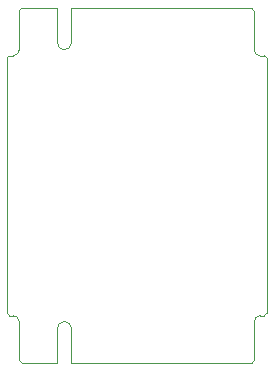
<source format=gm1>
G04*
G04 #@! TF.GenerationSoftware,Altium Limited,Altium Designer,22.2.1 (43)*
G04*
G04 Layer_Color=16711935*
%FSLAX25Y25*%
%MOIN*%
G70*
G04*
G04 #@! TF.SameCoordinates,5CCBFE73-73B7-4967-902F-BF686D1F8584*
G04*
G04*
G04 #@! TF.FilePolarity,Positive*
G04*
G01*
G75*
%ADD16C,0.00197*%
D16*
X82480Y104331D02*
G03*
X84449Y102362I1969J0D01*
G01*
X86614Y101575D02*
G03*
X85827Y102362I-787J0D01*
G01*
X787D02*
G03*
X-0Y101575I0J-787D01*
G01*
X2165Y102362D02*
G03*
X4134Y104331I0J1969D01*
G01*
X4921Y118110D02*
G03*
X4134Y117323I0J-787D01*
G01*
X16831Y106693D02*
G03*
X19193Y104331I2362J0D01*
G01*
D02*
G03*
X21555Y106693I0J2362D01*
G01*
X82480Y117323D02*
G03*
X81693Y118110I-787J0D01*
G01*
X84449Y15748D02*
G03*
X82480Y13780I0J-1969D01*
G01*
X85827Y15748D02*
G03*
X86614Y16535I0J787D01*
G01*
X-0D02*
G03*
X787Y15748I787J0D01*
G01*
X4134Y13780D02*
G03*
X2165Y15748I-1969J0D01*
G01*
X4134Y787D02*
G03*
X4921Y0I787J0D01*
G01*
X19193Y13780D02*
G03*
X16831Y11417I0J-2362D01*
G01*
X21555D02*
G03*
X19193Y13780I-2362J0D01*
G01*
X81693Y0D02*
G03*
X82480Y787I0J787D01*
G01*
X82480Y104331D02*
Y117323D01*
X84449Y102362D02*
X85827D01*
X787D02*
X2165D01*
X4134Y117323D02*
X4134Y104331D01*
X4921Y118110D02*
X16831Y118110D01*
Y106693D02*
Y118110D01*
X21555Y106693D02*
Y118110D01*
X62992D01*
X81693D01*
X-0Y16535D02*
Y101575D01*
X86614Y16535D02*
Y101575D01*
X82480Y787D02*
Y13780D01*
X84449Y15748D02*
X85827D01*
X787D02*
X2165D01*
X4134Y787D02*
Y13780D01*
X4921Y-0D02*
X16831Y0D01*
Y11417D01*
X21555Y0D02*
Y11417D01*
Y0D02*
X62992D01*
X81693D01*
M02*

</source>
